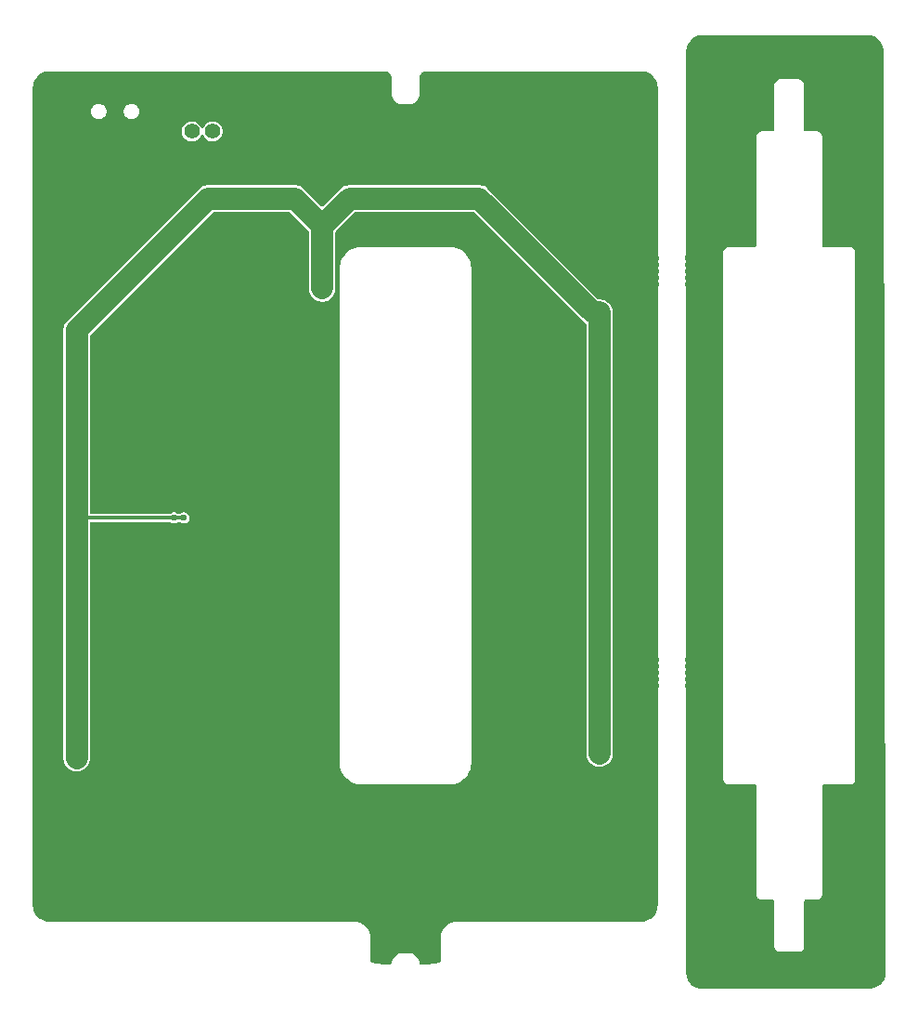
<source format=gbr>
%TF.GenerationSoftware,KiCad,Pcbnew,9.0.3*%
%TF.CreationDate,2025-11-04T21:30:19+11:00*%
%TF.ProjectId,test_project,74657374-5f70-4726-9f6a-6563742e6b69,rev?*%
%TF.SameCoordinates,Original*%
%TF.FileFunction,Copper,L2,Bot*%
%TF.FilePolarity,Positive*%
%FSLAX46Y46*%
G04 Gerber Fmt 4.6, Leading zero omitted, Abs format (unit mm)*
G04 Created by KiCad (PCBNEW 9.0.3) date 2025-11-04 21:30:19*
%MOMM*%
%LPD*%
G01*
G04 APERTURE LIST*
%TA.AperFunction,ComponentPad*%
%ADD10C,1.400000*%
%TD*%
%TA.AperFunction,ViaPad*%
%ADD11C,0.600000*%
%TD*%
%TA.AperFunction,Conductor*%
%ADD12C,2.000000*%
%TD*%
%TA.AperFunction,Conductor*%
%ADD13C,0.350000*%
%TD*%
%TA.AperFunction,Conductor*%
%ADD14C,0.500000*%
%TD*%
G04 APERTURE END LIST*
D10*
%TO.P,U2,1,A*%
%TO.N,Net-(SW1-B)*%
X130500000Y-67000000D03*
%TO.P,U2,2,B*%
%TO.N,Net-(J1-Pin_1)*%
X132400000Y-67000000D03*
%TD*%
D11*
%TO.N,GND*%
X135800000Y-75900000D03*
X140500000Y-76400000D03*
X139000000Y-75100000D03*
X137500000Y-76000000D03*
X163400000Y-119800000D03*
X163400000Y-111900000D03*
X163300000Y-104200000D03*
X163400000Y-96500000D03*
X163400000Y-88900000D03*
X125000000Y-86300000D03*
X124100000Y-93300000D03*
X124000000Y-100700000D03*
X124000000Y-108700000D03*
X124000000Y-116500000D03*
X151800000Y-140600000D03*
X148900000Y-140300000D03*
X132400000Y-132600000D03*
X125500000Y-129300000D03*
X139400000Y-120500000D03*
X130000000Y-112200000D03*
X141700000Y-98500000D03*
X136600000Y-94700000D03*
X138900000Y-92100000D03*
X140200000Y-80500000D03*
X142900000Y-83400000D03*
X142700000Y-85900000D03*
X140400000Y-85900000D03*
X136000000Y-84600000D03*
X133800000Y-84600000D03*
X131800000Y-80400000D03*
X133500000Y-77800000D03*
X133600000Y-80700000D03*
X136000000Y-80600000D03*
X136000000Y-82500000D03*
X133500000Y-82500000D03*
X145000000Y-130400000D03*
X155700000Y-130500000D03*
X168200000Y-133500000D03*
X190600000Y-141300000D03*
X178900000Y-140500000D03*
X190500000Y-63000000D03*
X179000000Y-62300000D03*
X134400000Y-100000000D03*
X129100000Y-101200000D03*
X126900000Y-103100000D03*
X125200000Y-103100000D03*
X125200000Y-101400000D03*
X127000000Y-101400000D03*
%TO.N,+5V*%
X126500000Y-78600000D03*
X128900000Y-102200000D03*
X129800000Y-102200000D03*
X120000000Y-123700000D03*
X167700000Y-100200000D03*
X120000000Y-112900000D03*
X167700000Y-83500000D03*
X120000000Y-97600000D03*
X167700000Y-115500000D03*
X120000000Y-120800000D03*
X142400000Y-81300000D03*
X142400000Y-80700000D03*
X120000000Y-105000000D03*
X120000000Y-89500000D03*
X167700000Y-107700000D03*
X167700000Y-92400000D03*
%TD*%
D12*
%TO.N,+5V*%
X132000000Y-73100000D02*
X126500000Y-78600000D01*
X139900000Y-73100000D02*
X132000000Y-73100000D01*
X142400000Y-75600000D02*
X139900000Y-73100000D01*
X126500000Y-78600000D02*
X120000000Y-85100000D01*
D13*
X129800000Y-102200000D02*
X120000000Y-102200000D01*
D12*
X120000000Y-102200000D02*
X120000000Y-105000000D01*
X156700000Y-73100000D02*
X167100000Y-83500000D01*
X144900000Y-73100000D02*
X156700000Y-73100000D01*
X167100000Y-83500000D02*
X167700000Y-83500000D01*
X142400000Y-75600000D02*
X144900000Y-73100000D01*
X167700000Y-123700000D02*
X167700000Y-115500000D01*
X167700000Y-107700000D02*
X167700000Y-100200000D01*
D14*
X167800000Y-83400000D02*
X167700000Y-83500000D01*
D12*
X167700000Y-92400000D02*
X167700000Y-83500000D01*
D14*
X167700000Y-83500000D02*
X167700000Y-85800000D01*
D12*
X167700000Y-115500000D02*
X167700000Y-107700000D01*
X167700000Y-100200000D02*
X167700000Y-92400000D01*
X142400000Y-81300000D02*
X142400000Y-75600000D01*
X120000000Y-85100000D02*
X120000000Y-89500000D01*
X120000000Y-105000000D02*
X120000000Y-112900000D01*
X120000000Y-97600000D02*
X120000000Y-102200000D01*
X120000000Y-89500000D02*
X120000000Y-97600000D01*
X120000000Y-119600000D02*
X120000000Y-120800000D01*
X120000000Y-112900000D02*
X120000000Y-119600000D01*
X120000000Y-120800000D02*
X120000000Y-124100000D01*
%TD*%
%TA.AperFunction,Conductor*%
%TO.N,GND*%
G36*
X148206922Y-61501280D02*
G01*
X148297266Y-61511459D01*
X148324331Y-61517636D01*
X148403540Y-61545352D01*
X148428553Y-61557398D01*
X148499606Y-61602043D01*
X148521313Y-61619355D01*
X148580644Y-61678686D01*
X148597957Y-61700395D01*
X148642600Y-61771444D01*
X148654648Y-61796462D01*
X148682362Y-61875666D01*
X148688540Y-61902735D01*
X148698720Y-61993076D01*
X148699500Y-62006961D01*
X148699500Y-63587534D01*
X148729898Y-63759937D01*
X148789775Y-63924446D01*
X148877309Y-64076057D01*
X148989836Y-64210163D01*
X149123942Y-64322690D01*
X149123943Y-64322691D01*
X149123945Y-64322692D01*
X149275555Y-64410225D01*
X149440062Y-64470101D01*
X149612468Y-64500500D01*
X149612472Y-64500500D01*
X150387528Y-64500500D01*
X150387532Y-64500500D01*
X150559938Y-64470101D01*
X150724445Y-64410225D01*
X150876055Y-64322692D01*
X151010163Y-64210163D01*
X151122692Y-64076055D01*
X151210225Y-63924445D01*
X151270101Y-63759938D01*
X151300500Y-63587532D01*
X151300500Y-63500000D01*
X151300500Y-63434108D01*
X151300500Y-62006961D01*
X151301280Y-61993077D01*
X151303668Y-61971887D01*
X151311460Y-61902729D01*
X151317635Y-61875670D01*
X151345353Y-61796456D01*
X151357396Y-61771450D01*
X151402046Y-61700389D01*
X151419351Y-61678690D01*
X151478690Y-61619351D01*
X151500389Y-61602046D01*
X151571450Y-61557396D01*
X151596456Y-61545353D01*
X151675670Y-61517635D01*
X151702733Y-61511459D01*
X151765419Y-61504396D01*
X151793079Y-61501280D01*
X151806962Y-61500500D01*
X151865892Y-61500500D01*
X171434108Y-61500500D01*
X171495572Y-61500500D01*
X171504418Y-61500816D01*
X171704561Y-61515130D01*
X171722063Y-61517647D01*
X171913797Y-61559355D01*
X171930755Y-61564334D01*
X172078270Y-61619355D01*
X172114609Y-61632909D01*
X172130701Y-61640259D01*
X172302904Y-61734288D01*
X172317784Y-61743849D01*
X172474867Y-61861441D01*
X172488237Y-61873027D01*
X172626972Y-62011762D01*
X172638558Y-62025132D01*
X172756146Y-62182210D01*
X172765711Y-62197095D01*
X172859740Y-62369298D01*
X172867090Y-62385390D01*
X172935662Y-62569236D01*
X172940646Y-62586212D01*
X172982351Y-62777931D01*
X172984869Y-62795442D01*
X172999184Y-62995580D01*
X172999500Y-63004427D01*
X172999500Y-77807761D01*
X173034974Y-78020350D01*
X173054816Y-78078148D01*
X173060476Y-78134584D01*
X173059500Y-78142003D01*
X173059500Y-78142007D01*
X173059500Y-78257993D01*
X173072715Y-78307314D01*
X173089520Y-78370029D01*
X173089520Y-78370030D01*
X173128763Y-78438000D01*
X173145236Y-78505900D01*
X173128763Y-78562000D01*
X173089520Y-78629969D01*
X173089520Y-78629970D01*
X173059500Y-78742007D01*
X173059500Y-78857992D01*
X173089520Y-78970029D01*
X173089520Y-78970030D01*
X173128763Y-79038000D01*
X173145236Y-79105900D01*
X173128763Y-79162000D01*
X173089520Y-79229969D01*
X173089520Y-79229970D01*
X173059500Y-79342007D01*
X173059500Y-79457992D01*
X173089520Y-79570029D01*
X173089520Y-79570030D01*
X173128763Y-79638000D01*
X173145236Y-79705900D01*
X173128763Y-79762000D01*
X173089520Y-79829969D01*
X173089520Y-79829970D01*
X173059500Y-79942007D01*
X173059500Y-80057992D01*
X173089520Y-80170029D01*
X173089520Y-80170030D01*
X173128763Y-80238000D01*
X173145236Y-80305900D01*
X173128763Y-80362000D01*
X173089520Y-80429969D01*
X173089520Y-80429970D01*
X173059500Y-80542007D01*
X173059500Y-80657992D01*
X173089520Y-80770029D01*
X173089520Y-80770030D01*
X173128763Y-80838000D01*
X173145236Y-80905900D01*
X173128763Y-80962000D01*
X173089520Y-81029969D01*
X173089520Y-81029970D01*
X173059500Y-81142007D01*
X173059500Y-81257994D01*
X173060475Y-81265400D01*
X173054818Y-81321847D01*
X173034973Y-81379652D01*
X172999500Y-81592238D01*
X172999500Y-114407761D01*
X173034974Y-114620350D01*
X173054816Y-114678148D01*
X173060476Y-114734584D01*
X173059500Y-114742003D01*
X173059500Y-114857992D01*
X173089520Y-114970029D01*
X173089520Y-114970030D01*
X173128763Y-115038000D01*
X173145236Y-115105900D01*
X173128763Y-115162000D01*
X173089520Y-115229969D01*
X173089520Y-115229970D01*
X173059500Y-115342007D01*
X173059500Y-115457992D01*
X173089520Y-115570029D01*
X173089520Y-115570030D01*
X173128763Y-115638000D01*
X173145236Y-115705900D01*
X173128763Y-115762000D01*
X173089520Y-115829969D01*
X173089520Y-115829970D01*
X173059500Y-115942007D01*
X173059500Y-116057992D01*
X173089520Y-116170029D01*
X173089520Y-116170030D01*
X173128763Y-116238000D01*
X173145236Y-116305900D01*
X173128763Y-116362000D01*
X173089520Y-116429969D01*
X173089520Y-116429970D01*
X173059500Y-116542007D01*
X173059500Y-116657992D01*
X173089520Y-116770029D01*
X173089520Y-116770030D01*
X173128763Y-116838000D01*
X173145236Y-116905900D01*
X173128763Y-116962000D01*
X173089520Y-117029969D01*
X173089520Y-117029970D01*
X173059500Y-117142007D01*
X173059500Y-117257992D01*
X173089520Y-117370029D01*
X173089520Y-117370030D01*
X173128763Y-117438000D01*
X173145236Y-117505900D01*
X173128763Y-117562000D01*
X173089520Y-117629969D01*
X173089520Y-117629970D01*
X173059500Y-117742007D01*
X173059500Y-117857994D01*
X173060475Y-117865400D01*
X173054818Y-117921847D01*
X173034973Y-117979652D01*
X172999500Y-118192238D01*
X172999500Y-137495572D01*
X172999184Y-137504418D01*
X172999184Y-137504419D01*
X172984869Y-137704557D01*
X172982351Y-137722068D01*
X172940646Y-137913787D01*
X172935662Y-137930763D01*
X172867090Y-138114609D01*
X172859740Y-138130701D01*
X172765711Y-138302904D01*
X172756146Y-138317789D01*
X172638558Y-138474867D01*
X172626972Y-138488237D01*
X172488237Y-138626972D01*
X172474867Y-138638558D01*
X172317789Y-138756146D01*
X172302904Y-138765711D01*
X172130701Y-138859740D01*
X172114609Y-138867090D01*
X171930763Y-138935662D01*
X171913787Y-138940646D01*
X171722068Y-138982351D01*
X171704557Y-138984869D01*
X171523779Y-138997799D01*
X171504417Y-138999184D01*
X171495572Y-138999500D01*
X154592682Y-138999500D01*
X154380235Y-139030044D01*
X154380225Y-139030047D01*
X154174284Y-139090517D01*
X153979061Y-139179672D01*
X153979048Y-139179679D01*
X153798485Y-139295720D01*
X153636275Y-139436275D01*
X153495720Y-139598485D01*
X153379679Y-139779048D01*
X153379672Y-139779061D01*
X153290517Y-139974284D01*
X153230047Y-140180225D01*
X153230044Y-140180235D01*
X153199500Y-140392682D01*
X153199500Y-142571931D01*
X153179815Y-142638970D01*
X153127011Y-142684725D01*
X153095796Y-142694259D01*
X151977411Y-142879815D01*
X151882724Y-142895525D01*
X151868843Y-142897828D01*
X151848547Y-142899500D01*
X151419894Y-142899500D01*
X151352855Y-142879815D01*
X151307100Y-142827011D01*
X151297778Y-142797031D01*
X151292311Y-142766025D01*
X151270101Y-142640062D01*
X151210225Y-142475555D01*
X151122692Y-142323945D01*
X151122691Y-142323943D01*
X151122690Y-142323942D01*
X151010163Y-142189836D01*
X150876057Y-142077309D01*
X150724446Y-141989775D01*
X150559937Y-141929898D01*
X150387534Y-141899500D01*
X150387532Y-141899500D01*
X150365892Y-141899500D01*
X149765892Y-141899500D01*
X149700000Y-141899500D01*
X149612468Y-141899500D01*
X149612465Y-141899500D01*
X149440062Y-141929898D01*
X149275553Y-141989775D01*
X149123942Y-142077309D01*
X148989836Y-142189836D01*
X148877309Y-142323942D01*
X148789775Y-142475553D01*
X148729898Y-142640063D01*
X148702222Y-142797031D01*
X148671196Y-142859635D01*
X148611249Y-142895525D01*
X148580106Y-142899500D01*
X148151453Y-142899500D01*
X148131157Y-142897828D01*
X148117276Y-142895525D01*
X148022589Y-142879815D01*
X146904204Y-142694259D01*
X146841291Y-142663867D01*
X146804796Y-142604286D01*
X146800500Y-142571931D01*
X146800500Y-140392683D01*
X146800500Y-140392682D01*
X146769954Y-140180231D01*
X146709484Y-139974290D01*
X146709483Y-139974288D01*
X146709482Y-139974284D01*
X146620327Y-139779061D01*
X146620320Y-139779048D01*
X146587211Y-139727531D01*
X146504281Y-139598487D01*
X146394636Y-139471950D01*
X146363724Y-139436275D01*
X146201514Y-139295720D01*
X146201513Y-139295719D01*
X146136991Y-139254253D01*
X146020951Y-139179679D01*
X146020938Y-139179672D01*
X145825715Y-139090517D01*
X145619774Y-139030047D01*
X145619764Y-139030044D01*
X145428754Y-139002582D01*
X145407318Y-138999500D01*
X145407317Y-138999500D01*
X117504428Y-138999500D01*
X117495582Y-138999184D01*
X117473622Y-138997613D01*
X117295442Y-138984869D01*
X117277931Y-138982351D01*
X117086212Y-138940646D01*
X117069236Y-138935662D01*
X116885390Y-138867090D01*
X116869298Y-138859740D01*
X116697095Y-138765711D01*
X116682210Y-138756146D01*
X116525132Y-138638558D01*
X116511762Y-138626972D01*
X116373027Y-138488237D01*
X116361441Y-138474867D01*
X116243849Y-138317784D01*
X116234288Y-138302904D01*
X116140259Y-138130701D01*
X116132909Y-138114609D01*
X116072091Y-137951551D01*
X116064334Y-137930755D01*
X116059355Y-137913797D01*
X116017647Y-137722063D01*
X116015130Y-137704556D01*
X116000816Y-137504418D01*
X116000500Y-137495572D01*
X116000500Y-85005513D01*
X118799500Y-85005513D01*
X118799500Y-124194486D01*
X118829059Y-124381118D01*
X118887454Y-124560836D01*
X118944891Y-124673561D01*
X118973240Y-124729199D01*
X119084310Y-124882073D01*
X119217927Y-125015690D01*
X119370801Y-125126760D01*
X119401626Y-125142466D01*
X119539163Y-125212545D01*
X119539165Y-125212545D01*
X119539168Y-125212547D01*
X119635497Y-125243846D01*
X119718881Y-125270940D01*
X119905514Y-125300500D01*
X119905519Y-125300500D01*
X120094486Y-125300500D01*
X120281118Y-125270940D01*
X120297365Y-125265661D01*
X120460832Y-125212547D01*
X120629199Y-125126760D01*
X120782073Y-125015690D01*
X120915690Y-124882073D01*
X121026760Y-124729199D01*
X121112547Y-124560832D01*
X121170940Y-124381118D01*
X121179163Y-124329199D01*
X121200500Y-124194486D01*
X121200500Y-102699500D01*
X121220185Y-102632461D01*
X121272989Y-102586706D01*
X121324500Y-102575500D01*
X128518013Y-102575500D01*
X128585052Y-102595185D01*
X128592266Y-102600257D01*
X128592684Y-102600498D01*
X128592686Y-102600500D01*
X128706814Y-102666392D01*
X128834108Y-102700500D01*
X128834110Y-102700500D01*
X128965890Y-102700500D01*
X128965892Y-102700500D01*
X129093186Y-102666392D01*
X129207314Y-102600500D01*
X129207315Y-102600498D01*
X129214352Y-102596436D01*
X129215131Y-102597786D01*
X129227822Y-102592880D01*
X129247052Y-102580523D01*
X129267333Y-102577606D01*
X129271671Y-102575930D01*
X129281987Y-102575500D01*
X129418013Y-102575500D01*
X129485052Y-102595185D01*
X129492266Y-102600257D01*
X129492684Y-102600498D01*
X129492686Y-102600500D01*
X129606814Y-102666392D01*
X129734108Y-102700500D01*
X129734110Y-102700500D01*
X129865890Y-102700500D01*
X129865892Y-102700500D01*
X129993186Y-102666392D01*
X130107314Y-102600500D01*
X130200500Y-102507314D01*
X130266392Y-102393186D01*
X130300500Y-102265892D01*
X130300500Y-102134108D01*
X130266392Y-102006814D01*
X130200500Y-101892686D01*
X130107314Y-101799500D01*
X130025061Y-101752011D01*
X129993187Y-101733608D01*
X129929539Y-101716554D01*
X129865892Y-101699500D01*
X129734108Y-101699500D01*
X129606812Y-101733608D01*
X129527006Y-101779684D01*
X129492686Y-101799500D01*
X129492684Y-101799501D01*
X129485648Y-101803564D01*
X129484868Y-101802213D01*
X129472177Y-101807119D01*
X129452948Y-101819477D01*
X129432666Y-101822393D01*
X129428329Y-101824070D01*
X129418013Y-101824500D01*
X129281987Y-101824500D01*
X129214948Y-101804815D01*
X129207733Y-101799742D01*
X129093187Y-101733608D01*
X129029539Y-101716554D01*
X128965892Y-101699500D01*
X128834108Y-101699500D01*
X128706812Y-101733608D01*
X128627006Y-101779684D01*
X128592686Y-101799500D01*
X128592684Y-101799501D01*
X128585648Y-101803564D01*
X128584868Y-101802213D01*
X128528329Y-101824070D01*
X128518013Y-101824500D01*
X121324500Y-101824500D01*
X121257461Y-101804815D01*
X121211706Y-101752011D01*
X121200500Y-101700500D01*
X121200500Y-85648626D01*
X121220185Y-85581587D01*
X121236819Y-85560945D01*
X124326824Y-82470940D01*
X127415690Y-79382074D01*
X127415690Y-79382073D01*
X132460944Y-74336819D01*
X132522267Y-74303334D01*
X132548625Y-74300500D01*
X139351374Y-74300500D01*
X139418413Y-74320185D01*
X139439055Y-74336819D01*
X141163181Y-76060944D01*
X141196666Y-76122267D01*
X141199500Y-76148625D01*
X141199500Y-81394486D01*
X141229059Y-81581118D01*
X141287454Y-81760836D01*
X141373240Y-81929199D01*
X141484310Y-82082073D01*
X141617927Y-82215690D01*
X141770801Y-82326760D01*
X141850347Y-82367290D01*
X141939163Y-82412545D01*
X141939165Y-82412545D01*
X141939168Y-82412547D01*
X142035497Y-82443846D01*
X142118881Y-82470940D01*
X142305514Y-82500500D01*
X142305519Y-82500500D01*
X142494486Y-82500500D01*
X142681118Y-82470940D01*
X142860832Y-82412547D01*
X143029199Y-82326760D01*
X143182073Y-82215690D01*
X143315690Y-82082073D01*
X143426760Y-81929199D01*
X143512547Y-81760832D01*
X143570940Y-81581118D01*
X143579993Y-81523958D01*
X143600500Y-81394486D01*
X143600500Y-79368872D01*
X143999500Y-79368872D01*
X143999500Y-124631127D01*
X144023386Y-124812545D01*
X144033730Y-124891116D01*
X144101079Y-125142466D01*
X144101602Y-125144418D01*
X144101605Y-125144428D01*
X144201953Y-125386690D01*
X144201958Y-125386700D01*
X144333075Y-125613803D01*
X144492718Y-125821851D01*
X144492726Y-125821860D01*
X144678140Y-126007274D01*
X144678148Y-126007281D01*
X144886196Y-126166924D01*
X145113299Y-126298041D01*
X145113309Y-126298046D01*
X145355571Y-126398394D01*
X145355581Y-126398398D01*
X145608884Y-126466270D01*
X145868880Y-126500500D01*
X145868887Y-126500500D01*
X154131113Y-126500500D01*
X154131120Y-126500500D01*
X154391116Y-126466270D01*
X154644419Y-126398398D01*
X154886697Y-126298043D01*
X155113803Y-126166924D01*
X155321851Y-126007282D01*
X155321855Y-126007277D01*
X155321860Y-126007274D01*
X155507274Y-125821860D01*
X155507277Y-125821855D01*
X155507282Y-125821851D01*
X155666924Y-125613803D01*
X155798043Y-125386697D01*
X155898398Y-125144419D01*
X155966270Y-124891116D01*
X156000500Y-124631120D01*
X156000500Y-124500000D01*
X156000500Y-124434108D01*
X156000500Y-79434108D01*
X156000500Y-79368880D01*
X155966270Y-79108884D01*
X155898398Y-78855581D01*
X155804947Y-78629970D01*
X155798046Y-78613309D01*
X155798041Y-78613299D01*
X155666924Y-78386196D01*
X155507281Y-78178148D01*
X155507274Y-78178140D01*
X155321860Y-77992726D01*
X155321851Y-77992718D01*
X155113803Y-77833075D01*
X154886700Y-77701958D01*
X154886690Y-77701953D01*
X154644428Y-77601605D01*
X154644421Y-77601603D01*
X154644419Y-77601602D01*
X154391116Y-77533730D01*
X154333339Y-77526123D01*
X154131127Y-77499500D01*
X154131120Y-77499500D01*
X154065892Y-77499500D01*
X146065892Y-77499500D01*
X146000000Y-77499500D01*
X145868880Y-77499500D01*
X145868872Y-77499500D01*
X145637772Y-77529926D01*
X145608884Y-77533730D01*
X145363426Y-77599500D01*
X145355581Y-77601602D01*
X145355571Y-77601605D01*
X145113309Y-77701953D01*
X145113299Y-77701958D01*
X144886196Y-77833075D01*
X144678148Y-77992718D01*
X144492718Y-78178148D01*
X144333075Y-78386196D01*
X144201958Y-78613299D01*
X144201953Y-78613309D01*
X144101605Y-78855571D01*
X144101602Y-78855581D01*
X144036111Y-79100000D01*
X144033730Y-79108885D01*
X143999500Y-79368872D01*
X143600500Y-79368872D01*
X143600500Y-76148625D01*
X143620185Y-76081586D01*
X143636819Y-76060944D01*
X145360944Y-74336819D01*
X145422267Y-74303334D01*
X145448625Y-74300500D01*
X156151374Y-74300500D01*
X156218413Y-74320185D01*
X156239055Y-74336819D01*
X166317926Y-84415690D01*
X166448386Y-84510474D01*
X166491051Y-84565802D01*
X166499500Y-84610791D01*
X166499500Y-123794486D01*
X166529059Y-123981118D01*
X166587454Y-124160836D01*
X166673240Y-124329199D01*
X166784310Y-124482073D01*
X166917927Y-124615690D01*
X167070801Y-124726760D01*
X167150347Y-124767290D01*
X167239163Y-124812545D01*
X167239165Y-124812545D01*
X167239168Y-124812547D01*
X167329350Y-124841849D01*
X167418881Y-124870940D01*
X167605514Y-124900500D01*
X167605519Y-124900500D01*
X167794486Y-124900500D01*
X167981118Y-124870940D01*
X168160832Y-124812547D01*
X168329199Y-124726760D01*
X168482073Y-124615690D01*
X168615690Y-124482073D01*
X168726760Y-124329199D01*
X168812547Y-124160832D01*
X168870940Y-123981118D01*
X168900500Y-123794486D01*
X168900500Y-83405513D01*
X168870940Y-83218881D01*
X168812545Y-83039163D01*
X168726759Y-82870800D01*
X168615690Y-82717927D01*
X168482073Y-82584310D01*
X168329199Y-82473240D01*
X168324685Y-82470940D01*
X168160836Y-82387454D01*
X167981118Y-82329059D01*
X167794486Y-82299500D01*
X167794481Y-82299500D01*
X167648626Y-82299500D01*
X167581587Y-82279815D01*
X167560945Y-82263181D01*
X157482076Y-72184312D01*
X157482074Y-72184310D01*
X157329199Y-72073240D01*
X157160836Y-71987454D01*
X156981118Y-71929059D01*
X156794486Y-71899500D01*
X156794481Y-71899500D01*
X144994482Y-71899500D01*
X144805519Y-71899500D01*
X144805514Y-71899500D01*
X144618881Y-71929059D01*
X144439163Y-71987454D01*
X144270800Y-72073240D01*
X144183579Y-72136610D01*
X144117927Y-72184310D01*
X144117925Y-72184312D01*
X144117924Y-72184312D01*
X142487680Y-73814555D01*
X142426357Y-73848040D01*
X142356665Y-73843056D01*
X142312318Y-73814555D01*
X140682076Y-72184312D01*
X140682075Y-72184311D01*
X140682074Y-72184310D01*
X140529199Y-72073240D01*
X140360836Y-71987454D01*
X140181118Y-71929059D01*
X139994486Y-71899500D01*
X139994481Y-71899500D01*
X132094482Y-71899500D01*
X131905519Y-71899500D01*
X131905514Y-71899500D01*
X131718881Y-71929059D01*
X131539163Y-71987454D01*
X131370800Y-72073240D01*
X131283579Y-72136610D01*
X131217927Y-72184310D01*
X131217925Y-72184312D01*
X131217924Y-72184312D01*
X125700485Y-77701750D01*
X119084312Y-84317923D01*
X118973240Y-84470800D01*
X118887454Y-84639163D01*
X118829059Y-84818881D01*
X118799500Y-85005513D01*
X116000500Y-85005513D01*
X116000500Y-66911304D01*
X129599500Y-66911304D01*
X129599500Y-67088695D01*
X129634103Y-67262658D01*
X129634106Y-67262667D01*
X129701983Y-67426540D01*
X129701990Y-67426553D01*
X129800535Y-67574034D01*
X129800538Y-67574038D01*
X129925961Y-67699461D01*
X129925965Y-67699464D01*
X130073446Y-67798009D01*
X130073459Y-67798016D01*
X130196363Y-67848923D01*
X130237334Y-67865894D01*
X130237336Y-67865894D01*
X130237341Y-67865896D01*
X130411304Y-67900499D01*
X130411307Y-67900500D01*
X130411309Y-67900500D01*
X130588693Y-67900500D01*
X130588694Y-67900499D01*
X130646682Y-67888964D01*
X130762658Y-67865896D01*
X130762661Y-67865894D01*
X130762666Y-67865894D01*
X130926547Y-67798013D01*
X131074035Y-67699464D01*
X131199464Y-67574035D01*
X131298013Y-67426547D01*
X131298014Y-67426544D01*
X131298016Y-67426541D01*
X131335439Y-67336192D01*
X131379279Y-67281788D01*
X131445573Y-67259723D01*
X131513273Y-67277002D01*
X131560884Y-67328139D01*
X131564561Y-67336192D01*
X131601983Y-67426541D01*
X131601990Y-67426553D01*
X131700535Y-67574034D01*
X131700538Y-67574038D01*
X131825961Y-67699461D01*
X131825965Y-67699464D01*
X131973446Y-67798009D01*
X131973459Y-67798016D01*
X132096363Y-67848923D01*
X132137334Y-67865894D01*
X132137336Y-67865894D01*
X132137341Y-67865896D01*
X132311304Y-67900499D01*
X132311307Y-67900500D01*
X132311309Y-67900500D01*
X132488693Y-67900500D01*
X132488694Y-67900499D01*
X132546682Y-67888964D01*
X132662658Y-67865896D01*
X132662661Y-67865894D01*
X132662666Y-67865894D01*
X132826547Y-67798013D01*
X132974035Y-67699464D01*
X133099464Y-67574035D01*
X133198013Y-67426547D01*
X133265894Y-67262666D01*
X133266480Y-67259723D01*
X133288964Y-67146682D01*
X133300500Y-67088691D01*
X133300500Y-66911309D01*
X133300500Y-66911306D01*
X133300499Y-66911304D01*
X133265896Y-66737341D01*
X133265893Y-66737332D01*
X133198016Y-66573459D01*
X133198009Y-66573446D01*
X133099464Y-66425965D01*
X133099461Y-66425961D01*
X132974038Y-66300538D01*
X132974034Y-66300535D01*
X132826553Y-66201990D01*
X132826540Y-66201983D01*
X132662667Y-66134106D01*
X132662658Y-66134103D01*
X132488694Y-66099500D01*
X132488691Y-66099500D01*
X132311309Y-66099500D01*
X132311306Y-66099500D01*
X132137341Y-66134103D01*
X132137332Y-66134106D01*
X131973459Y-66201983D01*
X131973446Y-66201990D01*
X131825965Y-66300535D01*
X131825961Y-66300538D01*
X131700538Y-66425961D01*
X131700535Y-66425965D01*
X131601990Y-66573446D01*
X131601983Y-66573459D01*
X131564561Y-66663807D01*
X131520720Y-66718211D01*
X131454426Y-66740276D01*
X131386727Y-66722997D01*
X131339116Y-66671860D01*
X131335439Y-66663807D01*
X131298016Y-66573459D01*
X131298009Y-66573446D01*
X131199464Y-66425965D01*
X131199461Y-66425961D01*
X131074038Y-66300538D01*
X131074034Y-66300535D01*
X130926553Y-66201990D01*
X130926540Y-66201983D01*
X130762667Y-66134106D01*
X130762658Y-66134103D01*
X130588694Y-66099500D01*
X130588691Y-66099500D01*
X130411309Y-66099500D01*
X130411306Y-66099500D01*
X130237341Y-66134103D01*
X130237332Y-66134106D01*
X130073459Y-66201983D01*
X130073446Y-66201990D01*
X129925965Y-66300535D01*
X129925961Y-66300538D01*
X129800538Y-66425961D01*
X129800535Y-66425965D01*
X129701990Y-66573446D01*
X129701983Y-66573459D01*
X129634106Y-66737332D01*
X129634103Y-66737341D01*
X129599500Y-66911304D01*
X116000500Y-66911304D01*
X116000500Y-65238995D01*
X121299499Y-65238995D01*
X121326418Y-65374322D01*
X121326421Y-65374332D01*
X121379221Y-65501804D01*
X121379228Y-65501817D01*
X121455885Y-65616541D01*
X121455888Y-65616545D01*
X121553454Y-65714111D01*
X121553458Y-65714114D01*
X121668182Y-65790771D01*
X121668195Y-65790778D01*
X121795667Y-65843578D01*
X121795672Y-65843580D01*
X121795676Y-65843580D01*
X121795677Y-65843581D01*
X121931004Y-65870500D01*
X121931007Y-65870500D01*
X122068995Y-65870500D01*
X122160041Y-65852389D01*
X122204328Y-65843580D01*
X122331811Y-65790775D01*
X122446542Y-65714114D01*
X122544114Y-65616542D01*
X122620775Y-65501811D01*
X122673580Y-65374328D01*
X122700500Y-65238995D01*
X124299499Y-65238995D01*
X124326418Y-65374322D01*
X124326421Y-65374332D01*
X124379221Y-65501804D01*
X124379228Y-65501817D01*
X124455885Y-65616541D01*
X124455888Y-65616545D01*
X124553454Y-65714111D01*
X124553458Y-65714114D01*
X124668182Y-65790771D01*
X124668195Y-65790778D01*
X124795667Y-65843578D01*
X124795672Y-65843580D01*
X124795676Y-65843580D01*
X124795677Y-65843581D01*
X124931004Y-65870500D01*
X124931007Y-65870500D01*
X125068995Y-65870500D01*
X125160041Y-65852389D01*
X125204328Y-65843580D01*
X125331811Y-65790775D01*
X125446542Y-65714114D01*
X125544114Y-65616542D01*
X125620775Y-65501811D01*
X125673580Y-65374328D01*
X125700500Y-65238993D01*
X125700500Y-65101007D01*
X125700500Y-65101004D01*
X125673581Y-64965677D01*
X125673580Y-64965676D01*
X125673580Y-64965672D01*
X125673578Y-64965667D01*
X125620778Y-64838195D01*
X125620771Y-64838182D01*
X125544114Y-64723458D01*
X125544111Y-64723454D01*
X125446545Y-64625888D01*
X125446541Y-64625885D01*
X125331817Y-64549228D01*
X125331804Y-64549221D01*
X125204332Y-64496421D01*
X125204322Y-64496418D01*
X125068995Y-64469500D01*
X125068993Y-64469500D01*
X124931007Y-64469500D01*
X124931005Y-64469500D01*
X124795677Y-64496418D01*
X124795667Y-64496421D01*
X124668195Y-64549221D01*
X124668182Y-64549228D01*
X124553458Y-64625885D01*
X124553454Y-64625888D01*
X124455888Y-64723454D01*
X124455885Y-64723458D01*
X124379228Y-64838182D01*
X124379221Y-64838195D01*
X124326421Y-64965667D01*
X124326418Y-64965677D01*
X124299500Y-65101004D01*
X124299500Y-65101007D01*
X124299500Y-65238993D01*
X124299500Y-65238995D01*
X124299499Y-65238995D01*
X122700500Y-65238995D01*
X122700500Y-65238993D01*
X122700500Y-65101007D01*
X122700500Y-65101004D01*
X122673581Y-64965677D01*
X122673580Y-64965676D01*
X122673580Y-64965672D01*
X122673578Y-64965667D01*
X122620778Y-64838195D01*
X122620771Y-64838182D01*
X122544114Y-64723458D01*
X122544111Y-64723454D01*
X122446545Y-64625888D01*
X122446541Y-64625885D01*
X122331817Y-64549228D01*
X122331804Y-64549221D01*
X122204332Y-64496421D01*
X122204322Y-64496418D01*
X122068995Y-64469500D01*
X122068993Y-64469500D01*
X121931007Y-64469500D01*
X121931005Y-64469500D01*
X121795677Y-64496418D01*
X121795667Y-64496421D01*
X121668195Y-64549221D01*
X121668182Y-64549228D01*
X121553458Y-64625885D01*
X121553454Y-64625888D01*
X121455888Y-64723454D01*
X121455885Y-64723458D01*
X121379228Y-64838182D01*
X121379221Y-64838195D01*
X121326421Y-64965667D01*
X121326418Y-64965677D01*
X121299500Y-65101004D01*
X121299500Y-65101007D01*
X121299500Y-65238993D01*
X121299500Y-65238995D01*
X121299499Y-65238995D01*
X116000500Y-65238995D01*
X116000500Y-63004427D01*
X116000816Y-62995581D01*
X116015130Y-62795443D01*
X116015131Y-62795434D01*
X116017646Y-62777938D01*
X116059356Y-62586199D01*
X116064333Y-62569248D01*
X116132911Y-62385385D01*
X116140259Y-62369298D01*
X116205673Y-62249500D01*
X116234291Y-62197089D01*
X116243845Y-62182221D01*
X116361448Y-62025123D01*
X116373020Y-62011769D01*
X116511769Y-61873020D01*
X116525123Y-61861448D01*
X116682221Y-61743845D01*
X116697089Y-61734291D01*
X116869298Y-61640258D01*
X116885385Y-61632911D01*
X117069248Y-61564333D01*
X117086199Y-61559356D01*
X117277938Y-61517646D01*
X117295436Y-61515130D01*
X117495582Y-61500816D01*
X117504428Y-61500500D01*
X117565892Y-61500500D01*
X148134108Y-61500500D01*
X148193038Y-61500500D01*
X148206922Y-61501280D01*
G37*
%TD.AperFunction*%
%TD*%
%TA.AperFunction,NonConductor*%
G36*
X192104418Y-58200816D02*
G01*
X192304561Y-58215130D01*
X192322063Y-58217647D01*
X192513797Y-58259355D01*
X192530755Y-58264334D01*
X192714609Y-58332909D01*
X192730701Y-58340259D01*
X192902904Y-58434288D01*
X192917784Y-58443849D01*
X193074867Y-58561441D01*
X193088237Y-58573027D01*
X193226972Y-58711762D01*
X193238558Y-58725132D01*
X193356146Y-58882210D01*
X193365711Y-58897095D01*
X193459740Y-59069298D01*
X193467090Y-59085390D01*
X193535662Y-59269236D01*
X193540646Y-59286212D01*
X193582351Y-59477931D01*
X193584869Y-59495443D01*
X193599184Y-59695583D01*
X193599500Y-59704429D01*
X193599500Y-59772393D01*
X193599676Y-59775043D01*
X193799487Y-143595453D01*
X193799171Y-143604595D01*
X193784869Y-143804556D01*
X193782351Y-143822068D01*
X193740646Y-144013787D01*
X193735662Y-144030763D01*
X193667090Y-144214609D01*
X193659740Y-144230701D01*
X193565711Y-144402904D01*
X193556146Y-144417789D01*
X193438558Y-144574867D01*
X193426972Y-144588237D01*
X193288237Y-144726972D01*
X193274867Y-144738558D01*
X193117789Y-144856146D01*
X193102904Y-144865711D01*
X192930701Y-144959740D01*
X192914609Y-144967090D01*
X192730763Y-145035662D01*
X192713787Y-145040646D01*
X192522068Y-145082351D01*
X192504557Y-145084869D01*
X192323779Y-145097799D01*
X192304417Y-145099184D01*
X192295572Y-145099500D01*
X177004875Y-145099500D01*
X176995146Y-145099118D01*
X176790797Y-145083035D01*
X176771579Y-145079991D01*
X176577020Y-145033282D01*
X176558514Y-145027269D01*
X176373654Y-144950697D01*
X176356317Y-144941863D01*
X176231303Y-144865254D01*
X176185715Y-144837317D01*
X176169976Y-144825882D01*
X176017825Y-144695933D01*
X176004066Y-144682174D01*
X175874117Y-144530023D01*
X175862683Y-144514287D01*
X175786071Y-144389268D01*
X175758136Y-144343682D01*
X175749302Y-144326345D01*
X175703019Y-144214609D01*
X175672728Y-144141478D01*
X175666719Y-144122986D01*
X175620007Y-143928415D01*
X175616964Y-143909202D01*
X175616279Y-143900500D01*
X175600882Y-143704853D01*
X175600500Y-143695124D01*
X175600500Y-118192238D01*
X175565027Y-117979656D01*
X175565026Y-117979652D01*
X175545181Y-117921847D01*
X175539525Y-117865397D01*
X175540500Y-117857993D01*
X175540500Y-117742009D01*
X175540500Y-117742007D01*
X175510481Y-117629973D01*
X175471236Y-117562000D01*
X175454763Y-117494102D01*
X175471237Y-117437999D01*
X175510478Y-117370032D01*
X175510479Y-117370030D01*
X175510481Y-117370027D01*
X175540500Y-117257993D01*
X175540500Y-117142007D01*
X175510481Y-117029973D01*
X175510258Y-117029587D01*
X175471237Y-116962001D01*
X175454763Y-116894102D01*
X175471237Y-116837999D01*
X175510478Y-116770032D01*
X175510479Y-116770030D01*
X175510481Y-116770027D01*
X175540500Y-116657993D01*
X175540500Y-116542007D01*
X175510481Y-116429973D01*
X175471236Y-116362000D01*
X175454763Y-116294102D01*
X175471237Y-116237999D01*
X175510478Y-116170032D01*
X175510479Y-116170030D01*
X175510481Y-116170027D01*
X175540500Y-116057993D01*
X175540500Y-115942007D01*
X175510481Y-115829973D01*
X175471236Y-115762000D01*
X175454763Y-115694102D01*
X175471237Y-115637999D01*
X175510478Y-115570032D01*
X175510479Y-115570030D01*
X175510481Y-115570027D01*
X175540500Y-115457993D01*
X175540500Y-115342007D01*
X175510481Y-115229973D01*
X175471236Y-115162000D01*
X175454763Y-115094102D01*
X175471237Y-115037999D01*
X175510478Y-114970032D01*
X175510479Y-114970030D01*
X175510481Y-114970027D01*
X175540500Y-114857993D01*
X175540500Y-114742007D01*
X175540498Y-114742002D01*
X175539524Y-114734601D01*
X175545182Y-114678148D01*
X175565026Y-114620348D01*
X175600500Y-114407762D01*
X175600500Y-114300000D01*
X175600500Y-114234108D01*
X175600500Y-113234108D01*
X175600500Y-82634108D01*
X175600500Y-81634108D01*
X175600500Y-81592238D01*
X175568505Y-81400500D01*
X175565027Y-81379656D01*
X175565026Y-81379652D01*
X175545181Y-81321847D01*
X175539525Y-81265397D01*
X175540500Y-81257993D01*
X175540500Y-81142009D01*
X175540500Y-81142007D01*
X175510481Y-81029973D01*
X175471236Y-80962000D01*
X175454763Y-80894102D01*
X175471237Y-80837999D01*
X175510478Y-80770032D01*
X175510479Y-80770030D01*
X175510481Y-80770027D01*
X175540500Y-80657993D01*
X175540500Y-80542007D01*
X175510481Y-80429973D01*
X175510258Y-80429587D01*
X175471237Y-80362001D01*
X175454763Y-80294102D01*
X175471237Y-80237999D01*
X175510478Y-80170032D01*
X175510479Y-80170030D01*
X175510481Y-80170027D01*
X175540500Y-80057993D01*
X175540500Y-79942007D01*
X175510481Y-79829973D01*
X175471236Y-79762000D01*
X175454763Y-79694102D01*
X175471237Y-79637999D01*
X175510478Y-79570032D01*
X175510479Y-79570030D01*
X175510481Y-79570027D01*
X175540500Y-79457993D01*
X175540500Y-79342007D01*
X175510481Y-79229973D01*
X175471236Y-79162000D01*
X175454763Y-79094102D01*
X175471237Y-79037999D01*
X175510478Y-78970032D01*
X175510479Y-78970030D01*
X175510481Y-78970027D01*
X175540500Y-78857993D01*
X175540500Y-78742007D01*
X175510481Y-78629973D01*
X175500856Y-78613303D01*
X175471237Y-78562001D01*
X175454763Y-78494102D01*
X175471237Y-78437999D01*
X175510478Y-78370032D01*
X175510479Y-78370030D01*
X175510481Y-78370027D01*
X175540500Y-78257993D01*
X175540500Y-78142007D01*
X175540498Y-78142002D01*
X175539524Y-78134601D01*
X175539788Y-78128973D01*
X175538691Y-78125931D01*
X175540588Y-78111959D01*
X175541586Y-78090756D01*
X175543048Y-78084364D01*
X175565026Y-78020348D01*
X175579417Y-77934108D01*
X178999500Y-77934108D01*
X178999500Y-126065891D01*
X179033608Y-126193187D01*
X179066554Y-126250250D01*
X179099500Y-126307314D01*
X179192686Y-126400500D01*
X179291521Y-126457563D01*
X179306602Y-126466270D01*
X179306814Y-126466392D01*
X179434108Y-126500500D01*
X179565892Y-126500500D01*
X181875500Y-126500500D01*
X181942539Y-126520185D01*
X181988294Y-126572989D01*
X181999500Y-126624500D01*
X181999500Y-136565891D01*
X182033608Y-136693187D01*
X182066554Y-136750250D01*
X182099500Y-136807314D01*
X182192686Y-136900500D01*
X182306814Y-136966392D01*
X182434108Y-137000500D01*
X183525500Y-137000500D01*
X183592539Y-137020185D01*
X183638294Y-137072989D01*
X183649500Y-137124500D01*
X183649500Y-141315891D01*
X183683608Y-141443187D01*
X183716554Y-141500250D01*
X183749500Y-141557314D01*
X183842686Y-141650500D01*
X183956814Y-141716392D01*
X184084108Y-141750500D01*
X184084110Y-141750500D01*
X185915890Y-141750500D01*
X185915892Y-141750500D01*
X186043186Y-141716392D01*
X186157314Y-141650500D01*
X186250500Y-141557314D01*
X186316392Y-141443186D01*
X186350500Y-141315892D01*
X186350500Y-137124500D01*
X186370185Y-137057461D01*
X186422989Y-137011706D01*
X186474500Y-137000500D01*
X187565890Y-137000500D01*
X187565892Y-137000500D01*
X187693186Y-136966392D01*
X187807314Y-136900500D01*
X187900500Y-136807314D01*
X187966392Y-136693186D01*
X188000500Y-136565892D01*
X188000500Y-126624500D01*
X188020185Y-126557461D01*
X188072989Y-126511706D01*
X188124500Y-126500500D01*
X190565890Y-126500500D01*
X190565892Y-126500500D01*
X190693186Y-126466392D01*
X190807314Y-126400500D01*
X190900500Y-126307314D01*
X190966392Y-126193186D01*
X191000500Y-126065892D01*
X191000500Y-77934108D01*
X190966392Y-77806814D01*
X190900500Y-77692686D01*
X190807314Y-77599500D01*
X190750250Y-77566554D01*
X190693187Y-77533608D01*
X190629539Y-77516554D01*
X190565892Y-77499500D01*
X190565891Y-77499500D01*
X188124500Y-77499500D01*
X188057461Y-77479815D01*
X188011706Y-77427011D01*
X188000500Y-77375500D01*
X188000500Y-67434110D01*
X188000500Y-67434108D01*
X187966392Y-67306814D01*
X187900500Y-67192686D01*
X187807314Y-67099500D01*
X187750250Y-67066554D01*
X187693187Y-67033608D01*
X187629539Y-67016554D01*
X187565892Y-66999500D01*
X187565891Y-66999500D01*
X186474500Y-66999500D01*
X186407461Y-66979815D01*
X186361706Y-66927011D01*
X186350500Y-66875500D01*
X186350500Y-62684110D01*
X186350500Y-62684108D01*
X186316392Y-62556814D01*
X186311562Y-62548449D01*
X186307563Y-62541521D01*
X186250500Y-62442686D01*
X186157314Y-62349500D01*
X186100250Y-62316554D01*
X186043187Y-62283608D01*
X185979539Y-62266554D01*
X185915892Y-62249500D01*
X184215892Y-62249500D01*
X184084108Y-62249500D01*
X183956812Y-62283608D01*
X183842686Y-62349500D01*
X183842683Y-62349502D01*
X183749502Y-62442683D01*
X183749500Y-62442686D01*
X183683608Y-62556812D01*
X183649500Y-62684108D01*
X183649500Y-66875500D01*
X183629815Y-66942539D01*
X183577011Y-66988294D01*
X183525500Y-66999500D01*
X182434108Y-66999500D01*
X182306812Y-67033608D01*
X182192686Y-67099500D01*
X182192683Y-67099502D01*
X182099502Y-67192683D01*
X182099500Y-67192686D01*
X182033608Y-67306812D01*
X181999500Y-67434108D01*
X181999500Y-77375500D01*
X181979815Y-77442539D01*
X181927011Y-77488294D01*
X181875500Y-77499500D01*
X179434108Y-77499500D01*
X179306812Y-77533608D01*
X179192686Y-77599500D01*
X179192683Y-77599502D01*
X179099502Y-77692683D01*
X179099500Y-77692686D01*
X179033608Y-77806812D01*
X178999500Y-77934108D01*
X175579417Y-77934108D01*
X175600500Y-77807762D01*
X175600500Y-77700000D01*
X175600500Y-77634108D01*
X175600500Y-76634108D01*
X175600500Y-59704427D01*
X175600816Y-59695581D01*
X175615130Y-59495443D01*
X175617646Y-59477938D01*
X175659356Y-59286199D01*
X175664333Y-59269248D01*
X175732911Y-59085385D01*
X175740259Y-59069298D01*
X175802815Y-58954734D01*
X175834291Y-58897089D01*
X175843845Y-58882221D01*
X175961448Y-58725123D01*
X175973020Y-58711769D01*
X176111769Y-58573020D01*
X176125123Y-58561448D01*
X176282221Y-58443845D01*
X176297089Y-58434291D01*
X176469298Y-58340258D01*
X176485385Y-58332911D01*
X176669248Y-58264333D01*
X176686199Y-58259356D01*
X176877938Y-58217646D01*
X176895436Y-58215130D01*
X177095582Y-58200816D01*
X177104428Y-58200500D01*
X177165892Y-58200500D01*
X192034108Y-58200500D01*
X192095572Y-58200500D01*
X192104418Y-58200816D01*
G37*
%TD.AperFunction*%
M02*

</source>
